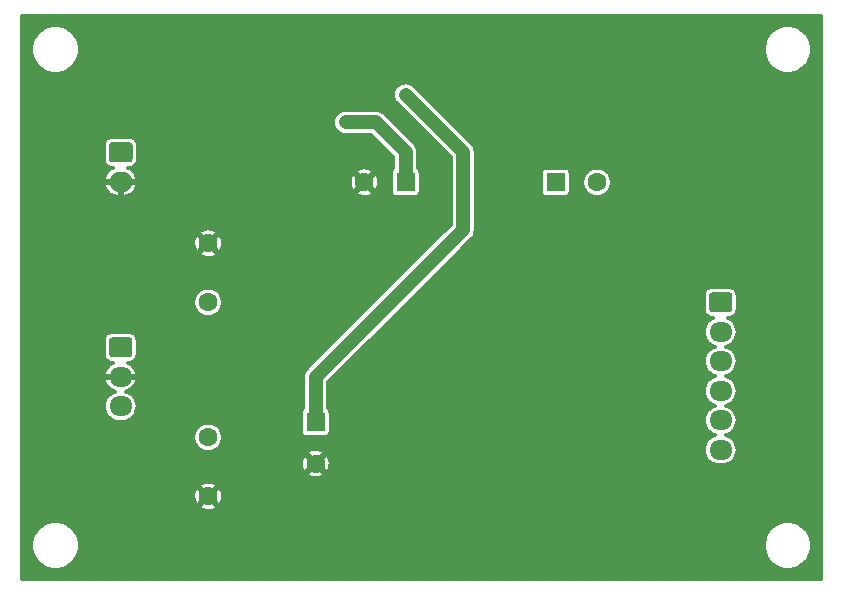
<source format=gbr>
%TF.GenerationSoftware,KiCad,Pcbnew,(5.1.6)-1*%
%TF.CreationDate,2020-11-10T02:08:11+03:00*%
%TF.ProjectId,dac-001s,6461632d-3030-4317-932e-6b696361645f,rev?*%
%TF.SameCoordinates,Original*%
%TF.FileFunction,Copper,L2,Bot*%
%TF.FilePolarity,Positive*%
%FSLAX46Y46*%
G04 Gerber Fmt 4.6, Leading zero omitted, Abs format (unit mm)*
G04 Created by KiCad (PCBNEW (5.1.6)-1) date 2020-11-10 02:08:11*
%MOMM*%
%LPD*%
G01*
G04 APERTURE LIST*
%TA.AperFunction,ComponentPad*%
%ADD10O,1.950000X1.700000*%
%TD*%
%TA.AperFunction,ComponentPad*%
%ADD11O,2.000000X1.700000*%
%TD*%
%TA.AperFunction,ComponentPad*%
%ADD12C,1.600000*%
%TD*%
%TA.AperFunction,ComponentPad*%
%ADD13R,1.600000X1.600000*%
%TD*%
%TA.AperFunction,ViaPad*%
%ADD14C,0.800000*%
%TD*%
%TA.AperFunction,Conductor*%
%ADD15C,1.200000*%
%TD*%
%TA.AperFunction,Conductor*%
%ADD16C,0.300000*%
%TD*%
G04 APERTURE END LIST*
D10*
%TO.P,J3,6*%
%TO.N,MCK*%
X147320000Y-70920000D03*
%TO.P,J3,5*%
%TO.N,CK*%
X147320000Y-68420000D03*
%TO.P,J3,4*%
%TO.N,SD*%
X147320000Y-65920000D03*
%TO.P,J3,3*%
%TO.N,WS*%
X147320000Y-63420000D03*
%TO.P,J3,2*%
%TO.N,GNDD*%
X147320000Y-60920000D03*
%TO.P,J3,1*%
%TO.N,+3V3*%
%TA.AperFunction,ComponentPad*%
G36*
G01*
X146595000Y-57570000D02*
X148045000Y-57570000D01*
G75*
G02*
X148295000Y-57820000I0J-250000D01*
G01*
X148295000Y-59020000D01*
G75*
G02*
X148045000Y-59270000I-250000J0D01*
G01*
X146595000Y-59270000D01*
G75*
G02*
X146345000Y-59020000I0J250000D01*
G01*
X146345000Y-57820000D01*
G75*
G02*
X146595000Y-57570000I250000J0D01*
G01*
G37*
%TD.AperFunction*%
%TD*%
%TO.P,J2,3*%
%TO.N,OUTR*%
X96520000Y-67230000D03*
%TO.P,J2,2*%
%TO.N,GNDA*%
X96520000Y-64730000D03*
%TO.P,J2,1*%
%TO.N,OUTL*%
%TA.AperFunction,ComponentPad*%
G36*
G01*
X95795000Y-61380000D02*
X97245000Y-61380000D01*
G75*
G02*
X97495000Y-61630000I0J-250000D01*
G01*
X97495000Y-62830000D01*
G75*
G02*
X97245000Y-63080000I-250000J0D01*
G01*
X95795000Y-63080000D01*
G75*
G02*
X95545000Y-62830000I0J250000D01*
G01*
X95545000Y-61630000D01*
G75*
G02*
X95795000Y-61380000I250000J0D01*
G01*
G37*
%TD.AperFunction*%
%TD*%
D11*
%TO.P,J1,2*%
%TO.N,GNDA*%
X96520000Y-48220000D03*
%TO.P,J1,1*%
%TO.N,+5VA*%
%TA.AperFunction,ComponentPad*%
G36*
G01*
X95770000Y-44870000D02*
X97270000Y-44870000D01*
G75*
G02*
X97520000Y-45120000I0J-250000D01*
G01*
X97520000Y-46320000D01*
G75*
G02*
X97270000Y-46570000I-250000J0D01*
G01*
X95770000Y-46570000D01*
G75*
G02*
X95520000Y-46320000I0J250000D01*
G01*
X95520000Y-45120000D01*
G75*
G02*
X95770000Y-44870000I250000J0D01*
G01*
G37*
%TD.AperFunction*%
%TD*%
D12*
%TO.P,C1,2*%
%TO.N,GNDD*%
X136850000Y-48260000D03*
D13*
%TO.P,C1,1*%
%TO.N,+3V3*%
X133350000Y-48260000D03*
%TD*%
D12*
%TO.P,C11,2*%
%TO.N,GNDA*%
X103922500Y-74850000D03*
%TO.P,C11,1*%
%TO.N,OUTR*%
X103922500Y-69850000D03*
%TD*%
%TO.P,C9,2*%
%TO.N,GNDA*%
X103922500Y-53420000D03*
%TO.P,C9,1*%
%TO.N,OUTL*%
X103922500Y-58420000D03*
%TD*%
%TO.P,C8,2*%
%TO.N,GNDA*%
X113030000Y-72080000D03*
D13*
%TO.P,C8,1*%
%TO.N,+3.3VA*%
X113030000Y-68580000D03*
%TD*%
D12*
%TO.P,C5,2*%
%TO.N,GNDA*%
X117150000Y-48260000D03*
D13*
%TO.P,C5,1*%
%TO.N,+3.3VA*%
X120650000Y-48260000D03*
%TD*%
D14*
%TO.N,GNDA*%
X127000000Y-80010000D03*
X115570000Y-35560000D03*
X118110000Y-35560000D03*
X120650000Y-35560000D03*
X100330000Y-35560000D03*
X97790000Y-35560000D03*
X95250000Y-35560000D03*
X121920000Y-59690000D03*
X121920000Y-72390000D03*
X121920000Y-73660000D03*
X121920000Y-74930000D03*
X116840000Y-54610000D03*
X116840000Y-57150000D03*
X126746000Y-65024000D03*
%TO.N,+3.3VA*%
X115570000Y-43180000D03*
X120650000Y-40857500D03*
%TD*%
D15*
%TO.N,+3.3VA*%
X120650000Y-48260000D02*
X120650000Y-45720000D01*
X118110000Y-43180000D02*
X115570000Y-43180000D01*
X120650000Y-45720000D02*
X118110000Y-43180000D01*
X113030000Y-64770000D02*
X113030000Y-68580000D01*
X120650000Y-57150000D02*
X113030000Y-64770000D01*
X120650000Y-40857500D02*
X125512500Y-45720000D01*
X120650000Y-57150000D02*
X124460000Y-53340000D01*
X125512500Y-52287500D02*
X124460000Y-53340000D01*
X125512500Y-45720000D02*
X125512500Y-52287500D01*
%TD*%
D16*
%TO.N,GNDA*%
G36*
X155850000Y-81850000D02*
G01*
X88150000Y-81850000D01*
X88150000Y-78798093D01*
X88950000Y-78798093D01*
X88950000Y-79201907D01*
X89028780Y-79597963D01*
X89183314Y-79971039D01*
X89407661Y-80306799D01*
X89693201Y-80592339D01*
X90028961Y-80816686D01*
X90402037Y-80971220D01*
X90798093Y-81050000D01*
X91201907Y-81050000D01*
X91597963Y-80971220D01*
X91971039Y-80816686D01*
X92306799Y-80592339D01*
X92592339Y-80306799D01*
X92816686Y-79971039D01*
X92971220Y-79597963D01*
X93050000Y-79201907D01*
X93050000Y-78798093D01*
X150950000Y-78798093D01*
X150950000Y-79201907D01*
X151028780Y-79597963D01*
X151183314Y-79971039D01*
X151407661Y-80306799D01*
X151693201Y-80592339D01*
X152028961Y-80816686D01*
X152402037Y-80971220D01*
X152798093Y-81050000D01*
X153201907Y-81050000D01*
X153597963Y-80971220D01*
X153971039Y-80816686D01*
X154306799Y-80592339D01*
X154592339Y-80306799D01*
X154816686Y-79971039D01*
X154971220Y-79597963D01*
X155050000Y-79201907D01*
X155050000Y-78798093D01*
X154971220Y-78402037D01*
X154816686Y-78028961D01*
X154592339Y-77693201D01*
X154306799Y-77407661D01*
X153971039Y-77183314D01*
X153597963Y-77028780D01*
X153201907Y-76950000D01*
X152798093Y-76950000D01*
X152402037Y-77028780D01*
X152028961Y-77183314D01*
X151693201Y-77407661D01*
X151407661Y-77693201D01*
X151183314Y-78028961D01*
X151028780Y-78402037D01*
X150950000Y-78798093D01*
X93050000Y-78798093D01*
X92971220Y-78402037D01*
X92816686Y-78028961D01*
X92592339Y-77693201D01*
X92306799Y-77407661D01*
X91971039Y-77183314D01*
X91597963Y-77028780D01*
X91201907Y-76950000D01*
X90798093Y-76950000D01*
X90402037Y-77028780D01*
X90028961Y-77183314D01*
X89693201Y-77407661D01*
X89407661Y-77693201D01*
X89183314Y-78028961D01*
X89028780Y-78402037D01*
X88950000Y-78798093D01*
X88150000Y-78798093D01*
X88150000Y-75726223D01*
X103187698Y-75726223D01*
X103267458Y-75921717D01*
X103489126Y-76028917D01*
X103727448Y-76090812D01*
X103973266Y-76105023D01*
X104217133Y-76071004D01*
X104449678Y-75990063D01*
X104577542Y-75921717D01*
X104657302Y-75726223D01*
X103922500Y-74991421D01*
X103187698Y-75726223D01*
X88150000Y-75726223D01*
X88150000Y-74900766D01*
X102667477Y-74900766D01*
X102701496Y-75144633D01*
X102782437Y-75377178D01*
X102850783Y-75505042D01*
X103046277Y-75584802D01*
X103781079Y-74850000D01*
X104063921Y-74850000D01*
X104798723Y-75584802D01*
X104994217Y-75505042D01*
X105101417Y-75283374D01*
X105163312Y-75045052D01*
X105177523Y-74799234D01*
X105143504Y-74555367D01*
X105062563Y-74322822D01*
X104994217Y-74194958D01*
X104798723Y-74115198D01*
X104063921Y-74850000D01*
X103781079Y-74850000D01*
X103046277Y-74115198D01*
X102850783Y-74194958D01*
X102743583Y-74416626D01*
X102681688Y-74654948D01*
X102667477Y-74900766D01*
X88150000Y-74900766D01*
X88150000Y-73973777D01*
X103187698Y-73973777D01*
X103922500Y-74708579D01*
X104657302Y-73973777D01*
X104577542Y-73778283D01*
X104355874Y-73671083D01*
X104117552Y-73609188D01*
X103871734Y-73594977D01*
X103627867Y-73628996D01*
X103395322Y-73709937D01*
X103267458Y-73778283D01*
X103187698Y-73973777D01*
X88150000Y-73973777D01*
X88150000Y-72956223D01*
X112295198Y-72956223D01*
X112374958Y-73151717D01*
X112596626Y-73258917D01*
X112834948Y-73320812D01*
X113080766Y-73335023D01*
X113324633Y-73301004D01*
X113557178Y-73220063D01*
X113685042Y-73151717D01*
X113764802Y-72956223D01*
X113030000Y-72221421D01*
X112295198Y-72956223D01*
X88150000Y-72956223D01*
X88150000Y-72130766D01*
X111774977Y-72130766D01*
X111808996Y-72374633D01*
X111889937Y-72607178D01*
X111958283Y-72735042D01*
X112153777Y-72814802D01*
X112888579Y-72080000D01*
X113171421Y-72080000D01*
X113906223Y-72814802D01*
X114101717Y-72735042D01*
X114208917Y-72513374D01*
X114270812Y-72275052D01*
X114285023Y-72029234D01*
X114251004Y-71785367D01*
X114170063Y-71552822D01*
X114101717Y-71424958D01*
X113906223Y-71345198D01*
X113171421Y-72080000D01*
X112888579Y-72080000D01*
X112153777Y-71345198D01*
X111958283Y-71424958D01*
X111851083Y-71646626D01*
X111789188Y-71884948D01*
X111774977Y-72130766D01*
X88150000Y-72130766D01*
X88150000Y-71203777D01*
X112295198Y-71203777D01*
X113030000Y-71938579D01*
X113764802Y-71203777D01*
X113685042Y-71008283D01*
X113463374Y-70901083D01*
X113225052Y-70839188D01*
X112979234Y-70824977D01*
X112735367Y-70858996D01*
X112502822Y-70939937D01*
X112374958Y-71008283D01*
X112295198Y-71203777D01*
X88150000Y-71203777D01*
X88150000Y-69726886D01*
X102672500Y-69726886D01*
X102672500Y-69973114D01*
X102720537Y-70214611D01*
X102814765Y-70442097D01*
X102951562Y-70646828D01*
X103125672Y-70820938D01*
X103330403Y-70957735D01*
X103557889Y-71051963D01*
X103799386Y-71100000D01*
X104045614Y-71100000D01*
X104287111Y-71051963D01*
X104514597Y-70957735D01*
X104719328Y-70820938D01*
X104893438Y-70646828D01*
X105030235Y-70442097D01*
X105124463Y-70214611D01*
X105172500Y-69973114D01*
X105172500Y-69726886D01*
X105124463Y-69485389D01*
X105030235Y-69257903D01*
X104893438Y-69053172D01*
X104719328Y-68879062D01*
X104514597Y-68742265D01*
X104287111Y-68648037D01*
X104045614Y-68600000D01*
X103799386Y-68600000D01*
X103557889Y-68648037D01*
X103330403Y-68742265D01*
X103125672Y-68879062D01*
X102951562Y-69053172D01*
X102814765Y-69257903D01*
X102720537Y-69485389D01*
X102672500Y-69726886D01*
X88150000Y-69726886D01*
X88150000Y-67230000D01*
X95088710Y-67230000D01*
X95113810Y-67484845D01*
X95188145Y-67729896D01*
X95308860Y-67955736D01*
X95471313Y-68153687D01*
X95669264Y-68316140D01*
X95895104Y-68436855D01*
X96140155Y-68511190D01*
X96331136Y-68530000D01*
X96708864Y-68530000D01*
X96899845Y-68511190D01*
X97144896Y-68436855D01*
X97370736Y-68316140D01*
X97568687Y-68153687D01*
X97731140Y-67955736D01*
X97825073Y-67780000D01*
X111777823Y-67780000D01*
X111777823Y-69380000D01*
X111786511Y-69468215D01*
X111812243Y-69553041D01*
X111854029Y-69631216D01*
X111910263Y-69699737D01*
X111978784Y-69755971D01*
X112056959Y-69797757D01*
X112141785Y-69823489D01*
X112230000Y-69832177D01*
X113830000Y-69832177D01*
X113918215Y-69823489D01*
X114003041Y-69797757D01*
X114081216Y-69755971D01*
X114149737Y-69699737D01*
X114205971Y-69631216D01*
X114247757Y-69553041D01*
X114273489Y-69468215D01*
X114282177Y-69380000D01*
X114282177Y-67780000D01*
X114273489Y-67691785D01*
X114247757Y-67606959D01*
X114205971Y-67528784D01*
X114149737Y-67460263D01*
X114081216Y-67404029D01*
X114080000Y-67403379D01*
X114080000Y-65204923D01*
X118364924Y-60920000D01*
X145888710Y-60920000D01*
X145913810Y-61174845D01*
X145988145Y-61419896D01*
X146108860Y-61645736D01*
X146271313Y-61843687D01*
X146469264Y-62006140D01*
X146695104Y-62126855D01*
X146837335Y-62170000D01*
X146695104Y-62213145D01*
X146469264Y-62333860D01*
X146271313Y-62496313D01*
X146108860Y-62694264D01*
X145988145Y-62920104D01*
X145913810Y-63165155D01*
X145888710Y-63420000D01*
X145913810Y-63674845D01*
X145988145Y-63919896D01*
X146108860Y-64145736D01*
X146271313Y-64343687D01*
X146469264Y-64506140D01*
X146695104Y-64626855D01*
X146837335Y-64670000D01*
X146695104Y-64713145D01*
X146469264Y-64833860D01*
X146271313Y-64996313D01*
X146108860Y-65194264D01*
X145988145Y-65420104D01*
X145913810Y-65665155D01*
X145888710Y-65920000D01*
X145913810Y-66174845D01*
X145988145Y-66419896D01*
X146108860Y-66645736D01*
X146271313Y-66843687D01*
X146469264Y-67006140D01*
X146695104Y-67126855D01*
X146837335Y-67170000D01*
X146695104Y-67213145D01*
X146469264Y-67333860D01*
X146271313Y-67496313D01*
X146108860Y-67694264D01*
X145988145Y-67920104D01*
X145913810Y-68165155D01*
X145888710Y-68420000D01*
X145913810Y-68674845D01*
X145988145Y-68919896D01*
X146108860Y-69145736D01*
X146271313Y-69343687D01*
X146469264Y-69506140D01*
X146695104Y-69626855D01*
X146837335Y-69670000D01*
X146695104Y-69713145D01*
X146469264Y-69833860D01*
X146271313Y-69996313D01*
X146108860Y-70194264D01*
X145988145Y-70420104D01*
X145913810Y-70665155D01*
X145888710Y-70920000D01*
X145913810Y-71174845D01*
X145988145Y-71419896D01*
X146108860Y-71645736D01*
X146271313Y-71843687D01*
X146469264Y-72006140D01*
X146695104Y-72126855D01*
X146940155Y-72201190D01*
X147131136Y-72220000D01*
X147508864Y-72220000D01*
X147699845Y-72201190D01*
X147944896Y-72126855D01*
X148170736Y-72006140D01*
X148368687Y-71843687D01*
X148531140Y-71645736D01*
X148651855Y-71419896D01*
X148726190Y-71174845D01*
X148751290Y-70920000D01*
X148726190Y-70665155D01*
X148651855Y-70420104D01*
X148531140Y-70194264D01*
X148368687Y-69996313D01*
X148170736Y-69833860D01*
X147944896Y-69713145D01*
X147802665Y-69670000D01*
X147944896Y-69626855D01*
X148170736Y-69506140D01*
X148368687Y-69343687D01*
X148531140Y-69145736D01*
X148651855Y-68919896D01*
X148726190Y-68674845D01*
X148751290Y-68420000D01*
X148726190Y-68165155D01*
X148651855Y-67920104D01*
X148531140Y-67694264D01*
X148368687Y-67496313D01*
X148170736Y-67333860D01*
X147944896Y-67213145D01*
X147802665Y-67170000D01*
X147944896Y-67126855D01*
X148170736Y-67006140D01*
X148368687Y-66843687D01*
X148531140Y-66645736D01*
X148651855Y-66419896D01*
X148726190Y-66174845D01*
X148751290Y-65920000D01*
X148726190Y-65665155D01*
X148651855Y-65420104D01*
X148531140Y-65194264D01*
X148368687Y-64996313D01*
X148170736Y-64833860D01*
X147944896Y-64713145D01*
X147802665Y-64670000D01*
X147944896Y-64626855D01*
X148170736Y-64506140D01*
X148368687Y-64343687D01*
X148531140Y-64145736D01*
X148651855Y-63919896D01*
X148726190Y-63674845D01*
X148751290Y-63420000D01*
X148726190Y-63165155D01*
X148651855Y-62920104D01*
X148531140Y-62694264D01*
X148368687Y-62496313D01*
X148170736Y-62333860D01*
X147944896Y-62213145D01*
X147802665Y-62170000D01*
X147944896Y-62126855D01*
X148170736Y-62006140D01*
X148368687Y-61843687D01*
X148531140Y-61645736D01*
X148651855Y-61419896D01*
X148726190Y-61174845D01*
X148751290Y-60920000D01*
X148726190Y-60665155D01*
X148651855Y-60420104D01*
X148531140Y-60194264D01*
X148368687Y-59996313D01*
X148170736Y-59833860D01*
X147961794Y-59722177D01*
X148045000Y-59722177D01*
X148181988Y-59708685D01*
X148313712Y-59668727D01*
X148435109Y-59603839D01*
X148541514Y-59516514D01*
X148628839Y-59410109D01*
X148693727Y-59288712D01*
X148733685Y-59156988D01*
X148747177Y-59020000D01*
X148747177Y-57820000D01*
X148733685Y-57683012D01*
X148693727Y-57551288D01*
X148628839Y-57429891D01*
X148541514Y-57323486D01*
X148435109Y-57236161D01*
X148313712Y-57171273D01*
X148181988Y-57131315D01*
X148045000Y-57117823D01*
X146595000Y-57117823D01*
X146458012Y-57131315D01*
X146326288Y-57171273D01*
X146204891Y-57236161D01*
X146098486Y-57323486D01*
X146011161Y-57429891D01*
X145946273Y-57551288D01*
X145906315Y-57683012D01*
X145892823Y-57820000D01*
X145892823Y-59020000D01*
X145906315Y-59156988D01*
X145946273Y-59288712D01*
X146011161Y-59410109D01*
X146098486Y-59516514D01*
X146204891Y-59603839D01*
X146326288Y-59668727D01*
X146458012Y-59708685D01*
X146595000Y-59722177D01*
X146678206Y-59722177D01*
X146469264Y-59833860D01*
X146271313Y-59996313D01*
X146108860Y-60194264D01*
X145988145Y-60420104D01*
X145913810Y-60665155D01*
X145888710Y-60920000D01*
X118364924Y-60920000D01*
X121428933Y-57855992D01*
X121428942Y-57855981D01*
X125238933Y-54045991D01*
X125238937Y-54045986D01*
X126218491Y-53066433D01*
X126258554Y-53033554D01*
X126389767Y-52873671D01*
X126487267Y-52691262D01*
X126547307Y-52493336D01*
X126562500Y-52339078D01*
X126562500Y-52339071D01*
X126567579Y-52287500D01*
X126562500Y-52235929D01*
X126562500Y-47460000D01*
X132097823Y-47460000D01*
X132097823Y-49060000D01*
X132106511Y-49148215D01*
X132132243Y-49233041D01*
X132174029Y-49311216D01*
X132230263Y-49379737D01*
X132298784Y-49435971D01*
X132376959Y-49477757D01*
X132461785Y-49503489D01*
X132550000Y-49512177D01*
X134150000Y-49512177D01*
X134238215Y-49503489D01*
X134323041Y-49477757D01*
X134401216Y-49435971D01*
X134469737Y-49379737D01*
X134525971Y-49311216D01*
X134567757Y-49233041D01*
X134593489Y-49148215D01*
X134602177Y-49060000D01*
X134602177Y-48136886D01*
X135600000Y-48136886D01*
X135600000Y-48383114D01*
X135648037Y-48624611D01*
X135742265Y-48852097D01*
X135879062Y-49056828D01*
X136053172Y-49230938D01*
X136257903Y-49367735D01*
X136485389Y-49461963D01*
X136726886Y-49510000D01*
X136973114Y-49510000D01*
X137214611Y-49461963D01*
X137442097Y-49367735D01*
X137646828Y-49230938D01*
X137820938Y-49056828D01*
X137957735Y-48852097D01*
X138051963Y-48624611D01*
X138100000Y-48383114D01*
X138100000Y-48136886D01*
X138051963Y-47895389D01*
X137957735Y-47667903D01*
X137820938Y-47463172D01*
X137646828Y-47289062D01*
X137442097Y-47152265D01*
X137214611Y-47058037D01*
X136973114Y-47010000D01*
X136726886Y-47010000D01*
X136485389Y-47058037D01*
X136257903Y-47152265D01*
X136053172Y-47289062D01*
X135879062Y-47463172D01*
X135742265Y-47667903D01*
X135648037Y-47895389D01*
X135600000Y-48136886D01*
X134602177Y-48136886D01*
X134602177Y-47460000D01*
X134593489Y-47371785D01*
X134567757Y-47286959D01*
X134525971Y-47208784D01*
X134469737Y-47140263D01*
X134401216Y-47084029D01*
X134323041Y-47042243D01*
X134238215Y-47016511D01*
X134150000Y-47007823D01*
X132550000Y-47007823D01*
X132461785Y-47016511D01*
X132376959Y-47042243D01*
X132298784Y-47084029D01*
X132230263Y-47140263D01*
X132174029Y-47208784D01*
X132132243Y-47286959D01*
X132106511Y-47371785D01*
X132097823Y-47460000D01*
X126562500Y-47460000D01*
X126562500Y-45771567D01*
X126567579Y-45719999D01*
X126562500Y-45668431D01*
X126562500Y-45668422D01*
X126547307Y-45514164D01*
X126487267Y-45316238D01*
X126389767Y-45133829D01*
X126258554Y-44973946D01*
X126218491Y-44941067D01*
X121355990Y-40078567D01*
X121236171Y-39980233D01*
X121053761Y-39882733D01*
X120855835Y-39822694D01*
X120650000Y-39802421D01*
X120444165Y-39822694D01*
X120246239Y-39882733D01*
X120063829Y-39980233D01*
X119903946Y-40111446D01*
X119772733Y-40271329D01*
X119675233Y-40453739D01*
X119615194Y-40651665D01*
X119594921Y-40857500D01*
X119615194Y-41063335D01*
X119675233Y-41261261D01*
X119772733Y-41443671D01*
X119871067Y-41563490D01*
X124462500Y-46154924D01*
X124462501Y-51852575D01*
X123754014Y-52561063D01*
X123754009Y-52561067D01*
X119944019Y-56371058D01*
X119944008Y-56371067D01*
X112324014Y-63991063D01*
X112283946Y-64023946D01*
X112152733Y-64183829D01*
X112055233Y-64366239D01*
X111995193Y-64564165D01*
X111980000Y-64718423D01*
X111980000Y-64718432D01*
X111974921Y-64770000D01*
X111980000Y-64821568D01*
X111980001Y-67403379D01*
X111978784Y-67404029D01*
X111910263Y-67460263D01*
X111854029Y-67528784D01*
X111812243Y-67606959D01*
X111786511Y-67691785D01*
X111777823Y-67780000D01*
X97825073Y-67780000D01*
X97851855Y-67729896D01*
X97926190Y-67484845D01*
X97951290Y-67230000D01*
X97926190Y-66975155D01*
X97851855Y-66730104D01*
X97731140Y-66504264D01*
X97568687Y-66306313D01*
X97370736Y-66143860D01*
X97144896Y-66023145D01*
X96995012Y-65977679D01*
X97071830Y-65959202D01*
X97303434Y-65852313D01*
X97509735Y-65702294D01*
X97682805Y-65514910D01*
X97815992Y-65297362D01*
X97904179Y-65058011D01*
X97909547Y-65031531D01*
X97828282Y-64830000D01*
X96620000Y-64830000D01*
X96620000Y-64850000D01*
X96420000Y-64850000D01*
X96420000Y-64830000D01*
X95211718Y-64830000D01*
X95130453Y-65031531D01*
X95135821Y-65058011D01*
X95224008Y-65297362D01*
X95357195Y-65514910D01*
X95530265Y-65702294D01*
X95736566Y-65852313D01*
X95968170Y-65959202D01*
X96044988Y-65977679D01*
X95895104Y-66023145D01*
X95669264Y-66143860D01*
X95471313Y-66306313D01*
X95308860Y-66504264D01*
X95188145Y-66730104D01*
X95113810Y-66975155D01*
X95088710Y-67230000D01*
X88150000Y-67230000D01*
X88150000Y-61630000D01*
X95092823Y-61630000D01*
X95092823Y-62830000D01*
X95106315Y-62966988D01*
X95146273Y-63098712D01*
X95211161Y-63220109D01*
X95298486Y-63326514D01*
X95404891Y-63413839D01*
X95526288Y-63478727D01*
X95658012Y-63518685D01*
X95795000Y-63532177D01*
X95900179Y-63532177D01*
X95736566Y-63607687D01*
X95530265Y-63757706D01*
X95357195Y-63945090D01*
X95224008Y-64162638D01*
X95135821Y-64401989D01*
X95130453Y-64428469D01*
X95211718Y-64630000D01*
X96420000Y-64630000D01*
X96420000Y-64610000D01*
X96620000Y-64610000D01*
X96620000Y-64630000D01*
X97828282Y-64630000D01*
X97909547Y-64428469D01*
X97904179Y-64401989D01*
X97815992Y-64162638D01*
X97682805Y-63945090D01*
X97509735Y-63757706D01*
X97303434Y-63607687D01*
X97139821Y-63532177D01*
X97245000Y-63532177D01*
X97381988Y-63518685D01*
X97513712Y-63478727D01*
X97635109Y-63413839D01*
X97741514Y-63326514D01*
X97828839Y-63220109D01*
X97893727Y-63098712D01*
X97933685Y-62966988D01*
X97947177Y-62830000D01*
X97947177Y-61630000D01*
X97933685Y-61493012D01*
X97893727Y-61361288D01*
X97828839Y-61239891D01*
X97741514Y-61133486D01*
X97635109Y-61046161D01*
X97513712Y-60981273D01*
X97381988Y-60941315D01*
X97245000Y-60927823D01*
X95795000Y-60927823D01*
X95658012Y-60941315D01*
X95526288Y-60981273D01*
X95404891Y-61046161D01*
X95298486Y-61133486D01*
X95211161Y-61239891D01*
X95146273Y-61361288D01*
X95106315Y-61493012D01*
X95092823Y-61630000D01*
X88150000Y-61630000D01*
X88150000Y-58296886D01*
X102672500Y-58296886D01*
X102672500Y-58543114D01*
X102720537Y-58784611D01*
X102814765Y-59012097D01*
X102951562Y-59216828D01*
X103125672Y-59390938D01*
X103330403Y-59527735D01*
X103557889Y-59621963D01*
X103799386Y-59670000D01*
X104045614Y-59670000D01*
X104287111Y-59621963D01*
X104514597Y-59527735D01*
X104719328Y-59390938D01*
X104893438Y-59216828D01*
X105030235Y-59012097D01*
X105124463Y-58784611D01*
X105172500Y-58543114D01*
X105172500Y-58296886D01*
X105124463Y-58055389D01*
X105030235Y-57827903D01*
X104893438Y-57623172D01*
X104719328Y-57449062D01*
X104514597Y-57312265D01*
X104287111Y-57218037D01*
X104045614Y-57170000D01*
X103799386Y-57170000D01*
X103557889Y-57218037D01*
X103330403Y-57312265D01*
X103125672Y-57449062D01*
X102951562Y-57623172D01*
X102814765Y-57827903D01*
X102720537Y-58055389D01*
X102672500Y-58296886D01*
X88150000Y-58296886D01*
X88150000Y-54296223D01*
X103187698Y-54296223D01*
X103267458Y-54491717D01*
X103489126Y-54598917D01*
X103727448Y-54660812D01*
X103973266Y-54675023D01*
X104217133Y-54641004D01*
X104449678Y-54560063D01*
X104577542Y-54491717D01*
X104657302Y-54296223D01*
X103922500Y-53561421D01*
X103187698Y-54296223D01*
X88150000Y-54296223D01*
X88150000Y-53470766D01*
X102667477Y-53470766D01*
X102701496Y-53714633D01*
X102782437Y-53947178D01*
X102850783Y-54075042D01*
X103046277Y-54154802D01*
X103781079Y-53420000D01*
X104063921Y-53420000D01*
X104798723Y-54154802D01*
X104994217Y-54075042D01*
X105101417Y-53853374D01*
X105163312Y-53615052D01*
X105177523Y-53369234D01*
X105143504Y-53125367D01*
X105062563Y-52892822D01*
X104994217Y-52764958D01*
X104798723Y-52685198D01*
X104063921Y-53420000D01*
X103781079Y-53420000D01*
X103046277Y-52685198D01*
X102850783Y-52764958D01*
X102743583Y-52986626D01*
X102681688Y-53224948D01*
X102667477Y-53470766D01*
X88150000Y-53470766D01*
X88150000Y-52543777D01*
X103187698Y-52543777D01*
X103922500Y-53278579D01*
X104657302Y-52543777D01*
X104577542Y-52348283D01*
X104355874Y-52241083D01*
X104117552Y-52179188D01*
X103871734Y-52164977D01*
X103627867Y-52198996D01*
X103395322Y-52279937D01*
X103267458Y-52348283D01*
X103187698Y-52543777D01*
X88150000Y-52543777D01*
X88150000Y-48521531D01*
X95105453Y-48521531D01*
X95115726Y-48572544D01*
X95208604Y-48810467D01*
X95346114Y-49025699D01*
X95522972Y-49209968D01*
X95732381Y-49356193D01*
X95966293Y-49458755D01*
X96215719Y-49513712D01*
X96420000Y-49409419D01*
X96420000Y-48320000D01*
X96620000Y-48320000D01*
X96620000Y-49409419D01*
X96824281Y-49513712D01*
X97073707Y-49458755D01*
X97307619Y-49356193D01*
X97517028Y-49209968D01*
X97587807Y-49136223D01*
X116415198Y-49136223D01*
X116494958Y-49331717D01*
X116716626Y-49438917D01*
X116954948Y-49500812D01*
X117200766Y-49515023D01*
X117444633Y-49481004D01*
X117677178Y-49400063D01*
X117805042Y-49331717D01*
X117884802Y-49136223D01*
X117150000Y-48401421D01*
X116415198Y-49136223D01*
X97587807Y-49136223D01*
X97693886Y-49025699D01*
X97831396Y-48810467D01*
X97924274Y-48572544D01*
X97934547Y-48521531D01*
X97853282Y-48320000D01*
X96620000Y-48320000D01*
X96420000Y-48320000D01*
X95186718Y-48320000D01*
X95105453Y-48521531D01*
X88150000Y-48521531D01*
X88150000Y-48310766D01*
X115894977Y-48310766D01*
X115928996Y-48554633D01*
X116009937Y-48787178D01*
X116078283Y-48915042D01*
X116273777Y-48994802D01*
X117008579Y-48260000D01*
X117291421Y-48260000D01*
X118026223Y-48994802D01*
X118221717Y-48915042D01*
X118328917Y-48693374D01*
X118390812Y-48455052D01*
X118405023Y-48209234D01*
X118371004Y-47965367D01*
X118290063Y-47732822D01*
X118221717Y-47604958D01*
X118026223Y-47525198D01*
X117291421Y-48260000D01*
X117008579Y-48260000D01*
X116273777Y-47525198D01*
X116078283Y-47604958D01*
X115971083Y-47826626D01*
X115909188Y-48064948D01*
X115894977Y-48310766D01*
X88150000Y-48310766D01*
X88150000Y-45120000D01*
X95067823Y-45120000D01*
X95067823Y-46320000D01*
X95081315Y-46456988D01*
X95121273Y-46588712D01*
X95186161Y-46710109D01*
X95273486Y-46816514D01*
X95379891Y-46903839D01*
X95501288Y-46968727D01*
X95633012Y-47008685D01*
X95770000Y-47022177D01*
X95872940Y-47022177D01*
X95732381Y-47083807D01*
X95522972Y-47230032D01*
X95346114Y-47414301D01*
X95208604Y-47629533D01*
X95115726Y-47867456D01*
X95105453Y-47918469D01*
X95186718Y-48120000D01*
X96420000Y-48120000D01*
X96420000Y-48100000D01*
X96620000Y-48100000D01*
X96620000Y-48120000D01*
X97853282Y-48120000D01*
X97934547Y-47918469D01*
X97924274Y-47867456D01*
X97831396Y-47629533D01*
X97693886Y-47414301D01*
X97664590Y-47383777D01*
X116415198Y-47383777D01*
X117150000Y-48118579D01*
X117884802Y-47383777D01*
X117805042Y-47188283D01*
X117583374Y-47081083D01*
X117345052Y-47019188D01*
X117099234Y-47004977D01*
X116855367Y-47038996D01*
X116622822Y-47119937D01*
X116494958Y-47188283D01*
X116415198Y-47383777D01*
X97664590Y-47383777D01*
X97517028Y-47230032D01*
X97307619Y-47083807D01*
X97167060Y-47022177D01*
X97270000Y-47022177D01*
X97406988Y-47008685D01*
X97538712Y-46968727D01*
X97660109Y-46903839D01*
X97766514Y-46816514D01*
X97853839Y-46710109D01*
X97918727Y-46588712D01*
X97958685Y-46456988D01*
X97972177Y-46320000D01*
X97972177Y-45120000D01*
X97958685Y-44983012D01*
X97918727Y-44851288D01*
X97853839Y-44729891D01*
X97766514Y-44623486D01*
X97660109Y-44536161D01*
X97538712Y-44471273D01*
X97406988Y-44431315D01*
X97270000Y-44417823D01*
X95770000Y-44417823D01*
X95633012Y-44431315D01*
X95501288Y-44471273D01*
X95379891Y-44536161D01*
X95273486Y-44623486D01*
X95186161Y-44729891D01*
X95121273Y-44851288D01*
X95081315Y-44983012D01*
X95067823Y-45120000D01*
X88150000Y-45120000D01*
X88150000Y-43180000D01*
X114514920Y-43180000D01*
X114535193Y-43385836D01*
X114595233Y-43583762D01*
X114692733Y-43766171D01*
X114823946Y-43926054D01*
X114983829Y-44057267D01*
X115166238Y-44154767D01*
X115364164Y-44214807D01*
X115518422Y-44230000D01*
X117675077Y-44230000D01*
X119600001Y-46154925D01*
X119600000Y-47083379D01*
X119598784Y-47084029D01*
X119530263Y-47140263D01*
X119474029Y-47208784D01*
X119432243Y-47286959D01*
X119406511Y-47371785D01*
X119397823Y-47460000D01*
X119397823Y-49060000D01*
X119406511Y-49148215D01*
X119432243Y-49233041D01*
X119474029Y-49311216D01*
X119530263Y-49379737D01*
X119598784Y-49435971D01*
X119676959Y-49477757D01*
X119761785Y-49503489D01*
X119850000Y-49512177D01*
X121450000Y-49512177D01*
X121538215Y-49503489D01*
X121623041Y-49477757D01*
X121701216Y-49435971D01*
X121769737Y-49379737D01*
X121825971Y-49311216D01*
X121867757Y-49233041D01*
X121893489Y-49148215D01*
X121902177Y-49060000D01*
X121902177Y-47460000D01*
X121893489Y-47371785D01*
X121867757Y-47286959D01*
X121825971Y-47208784D01*
X121769737Y-47140263D01*
X121701216Y-47084029D01*
X121700000Y-47083379D01*
X121700000Y-45771567D01*
X121705079Y-45719999D01*
X121700000Y-45668431D01*
X121700000Y-45668422D01*
X121684807Y-45514164D01*
X121624767Y-45316238D01*
X121527267Y-45133829D01*
X121396054Y-44973946D01*
X121355991Y-44941067D01*
X118888937Y-42474014D01*
X118856054Y-42433946D01*
X118696171Y-42302733D01*
X118513762Y-42205233D01*
X118315836Y-42145193D01*
X118161578Y-42130000D01*
X118161568Y-42130000D01*
X118110000Y-42124921D01*
X118058432Y-42130000D01*
X115518422Y-42130000D01*
X115364164Y-42145193D01*
X115166238Y-42205233D01*
X114983829Y-42302733D01*
X114823946Y-42433946D01*
X114692733Y-42593829D01*
X114595233Y-42776238D01*
X114535193Y-42974164D01*
X114514920Y-43180000D01*
X88150000Y-43180000D01*
X88150000Y-36798093D01*
X88950000Y-36798093D01*
X88950000Y-37201907D01*
X89028780Y-37597963D01*
X89183314Y-37971039D01*
X89407661Y-38306799D01*
X89693201Y-38592339D01*
X90028961Y-38816686D01*
X90402037Y-38971220D01*
X90798093Y-39050000D01*
X91201907Y-39050000D01*
X91597963Y-38971220D01*
X91971039Y-38816686D01*
X92306799Y-38592339D01*
X92592339Y-38306799D01*
X92816686Y-37971039D01*
X92971220Y-37597963D01*
X93050000Y-37201907D01*
X93050000Y-36798093D01*
X150950000Y-36798093D01*
X150950000Y-37201907D01*
X151028780Y-37597963D01*
X151183314Y-37971039D01*
X151407661Y-38306799D01*
X151693201Y-38592339D01*
X152028961Y-38816686D01*
X152402037Y-38971220D01*
X152798093Y-39050000D01*
X153201907Y-39050000D01*
X153597963Y-38971220D01*
X153971039Y-38816686D01*
X154306799Y-38592339D01*
X154592339Y-38306799D01*
X154816686Y-37971039D01*
X154971220Y-37597963D01*
X155050000Y-37201907D01*
X155050000Y-36798093D01*
X154971220Y-36402037D01*
X154816686Y-36028961D01*
X154592339Y-35693201D01*
X154306799Y-35407661D01*
X153971039Y-35183314D01*
X153597963Y-35028780D01*
X153201907Y-34950000D01*
X152798093Y-34950000D01*
X152402037Y-35028780D01*
X152028961Y-35183314D01*
X151693201Y-35407661D01*
X151407661Y-35693201D01*
X151183314Y-36028961D01*
X151028780Y-36402037D01*
X150950000Y-36798093D01*
X93050000Y-36798093D01*
X92971220Y-36402037D01*
X92816686Y-36028961D01*
X92592339Y-35693201D01*
X92306799Y-35407661D01*
X91971039Y-35183314D01*
X91597963Y-35028780D01*
X91201907Y-34950000D01*
X90798093Y-34950000D01*
X90402037Y-35028780D01*
X90028961Y-35183314D01*
X89693201Y-35407661D01*
X89407661Y-35693201D01*
X89183314Y-36028961D01*
X89028780Y-36402037D01*
X88950000Y-36798093D01*
X88150000Y-36798093D01*
X88150000Y-34150000D01*
X155850000Y-34150000D01*
X155850000Y-81850000D01*
G37*
X155850000Y-81850000D02*
X88150000Y-81850000D01*
X88150000Y-78798093D01*
X88950000Y-78798093D01*
X88950000Y-79201907D01*
X89028780Y-79597963D01*
X89183314Y-79971039D01*
X89407661Y-80306799D01*
X89693201Y-80592339D01*
X90028961Y-80816686D01*
X90402037Y-80971220D01*
X90798093Y-81050000D01*
X91201907Y-81050000D01*
X91597963Y-80971220D01*
X91971039Y-80816686D01*
X92306799Y-80592339D01*
X92592339Y-80306799D01*
X92816686Y-79971039D01*
X92971220Y-79597963D01*
X93050000Y-79201907D01*
X93050000Y-78798093D01*
X150950000Y-78798093D01*
X150950000Y-79201907D01*
X151028780Y-79597963D01*
X151183314Y-79971039D01*
X151407661Y-80306799D01*
X151693201Y-80592339D01*
X152028961Y-80816686D01*
X152402037Y-80971220D01*
X152798093Y-81050000D01*
X153201907Y-81050000D01*
X153597963Y-80971220D01*
X153971039Y-80816686D01*
X154306799Y-80592339D01*
X154592339Y-80306799D01*
X154816686Y-79971039D01*
X154971220Y-79597963D01*
X155050000Y-79201907D01*
X155050000Y-78798093D01*
X154971220Y-78402037D01*
X154816686Y-78028961D01*
X154592339Y-77693201D01*
X154306799Y-77407661D01*
X153971039Y-77183314D01*
X153597963Y-77028780D01*
X153201907Y-76950000D01*
X152798093Y-76950000D01*
X152402037Y-77028780D01*
X152028961Y-77183314D01*
X151693201Y-77407661D01*
X151407661Y-77693201D01*
X151183314Y-78028961D01*
X151028780Y-78402037D01*
X150950000Y-78798093D01*
X93050000Y-78798093D01*
X92971220Y-78402037D01*
X92816686Y-78028961D01*
X92592339Y-77693201D01*
X92306799Y-77407661D01*
X91971039Y-77183314D01*
X91597963Y-77028780D01*
X91201907Y-76950000D01*
X90798093Y-76950000D01*
X90402037Y-77028780D01*
X90028961Y-77183314D01*
X89693201Y-77407661D01*
X89407661Y-77693201D01*
X89183314Y-78028961D01*
X89028780Y-78402037D01*
X88950000Y-78798093D01*
X88150000Y-78798093D01*
X88150000Y-75726223D01*
X103187698Y-75726223D01*
X103267458Y-75921717D01*
X103489126Y-76028917D01*
X103727448Y-76090812D01*
X103973266Y-76105023D01*
X104217133Y-76071004D01*
X104449678Y-75990063D01*
X104577542Y-75921717D01*
X104657302Y-75726223D01*
X103922500Y-74991421D01*
X103187698Y-75726223D01*
X88150000Y-75726223D01*
X88150000Y-74900766D01*
X102667477Y-74900766D01*
X102701496Y-75144633D01*
X102782437Y-75377178D01*
X102850783Y-75505042D01*
X103046277Y-75584802D01*
X103781079Y-74850000D01*
X104063921Y-74850000D01*
X104798723Y-75584802D01*
X104994217Y-75505042D01*
X105101417Y-75283374D01*
X105163312Y-75045052D01*
X105177523Y-74799234D01*
X105143504Y-74555367D01*
X105062563Y-74322822D01*
X104994217Y-74194958D01*
X104798723Y-74115198D01*
X104063921Y-74850000D01*
X103781079Y-74850000D01*
X103046277Y-74115198D01*
X102850783Y-74194958D01*
X102743583Y-74416626D01*
X102681688Y-74654948D01*
X102667477Y-74900766D01*
X88150000Y-74900766D01*
X88150000Y-73973777D01*
X103187698Y-73973777D01*
X103922500Y-74708579D01*
X104657302Y-73973777D01*
X104577542Y-73778283D01*
X104355874Y-73671083D01*
X104117552Y-73609188D01*
X103871734Y-73594977D01*
X103627867Y-73628996D01*
X103395322Y-73709937D01*
X103267458Y-73778283D01*
X103187698Y-73973777D01*
X88150000Y-73973777D01*
X88150000Y-72956223D01*
X112295198Y-72956223D01*
X112374958Y-73151717D01*
X112596626Y-73258917D01*
X112834948Y-73320812D01*
X113080766Y-73335023D01*
X113324633Y-73301004D01*
X113557178Y-73220063D01*
X113685042Y-73151717D01*
X113764802Y-72956223D01*
X113030000Y-72221421D01*
X112295198Y-72956223D01*
X88150000Y-72956223D01*
X88150000Y-72130766D01*
X111774977Y-72130766D01*
X111808996Y-72374633D01*
X111889937Y-72607178D01*
X111958283Y-72735042D01*
X112153777Y-72814802D01*
X112888579Y-72080000D01*
X113171421Y-72080000D01*
X113906223Y-72814802D01*
X114101717Y-72735042D01*
X114208917Y-72513374D01*
X114270812Y-72275052D01*
X114285023Y-72029234D01*
X114251004Y-71785367D01*
X114170063Y-71552822D01*
X114101717Y-71424958D01*
X113906223Y-71345198D01*
X113171421Y-72080000D01*
X112888579Y-72080000D01*
X112153777Y-71345198D01*
X111958283Y-71424958D01*
X111851083Y-71646626D01*
X111789188Y-71884948D01*
X111774977Y-72130766D01*
X88150000Y-72130766D01*
X88150000Y-71203777D01*
X112295198Y-71203777D01*
X113030000Y-71938579D01*
X113764802Y-71203777D01*
X113685042Y-71008283D01*
X113463374Y-70901083D01*
X113225052Y-70839188D01*
X112979234Y-70824977D01*
X112735367Y-70858996D01*
X112502822Y-70939937D01*
X112374958Y-71008283D01*
X112295198Y-71203777D01*
X88150000Y-71203777D01*
X88150000Y-69726886D01*
X102672500Y-69726886D01*
X102672500Y-69973114D01*
X102720537Y-70214611D01*
X102814765Y-70442097D01*
X102951562Y-70646828D01*
X103125672Y-70820938D01*
X103330403Y-70957735D01*
X103557889Y-71051963D01*
X103799386Y-71100000D01*
X104045614Y-71100000D01*
X104287111Y-71051963D01*
X104514597Y-70957735D01*
X104719328Y-70820938D01*
X104893438Y-70646828D01*
X105030235Y-70442097D01*
X105124463Y-70214611D01*
X105172500Y-69973114D01*
X105172500Y-69726886D01*
X105124463Y-69485389D01*
X105030235Y-69257903D01*
X104893438Y-69053172D01*
X104719328Y-68879062D01*
X104514597Y-68742265D01*
X104287111Y-68648037D01*
X104045614Y-68600000D01*
X103799386Y-68600000D01*
X103557889Y-68648037D01*
X103330403Y-68742265D01*
X103125672Y-68879062D01*
X102951562Y-69053172D01*
X102814765Y-69257903D01*
X102720537Y-69485389D01*
X102672500Y-69726886D01*
X88150000Y-69726886D01*
X88150000Y-67230000D01*
X95088710Y-67230000D01*
X95113810Y-67484845D01*
X95188145Y-67729896D01*
X95308860Y-67955736D01*
X95471313Y-68153687D01*
X95669264Y-68316140D01*
X95895104Y-68436855D01*
X96140155Y-68511190D01*
X96331136Y-68530000D01*
X96708864Y-68530000D01*
X96899845Y-68511190D01*
X97144896Y-68436855D01*
X97370736Y-68316140D01*
X97568687Y-68153687D01*
X97731140Y-67955736D01*
X97825073Y-67780000D01*
X111777823Y-67780000D01*
X111777823Y-69380000D01*
X111786511Y-69468215D01*
X111812243Y-69553041D01*
X111854029Y-69631216D01*
X111910263Y-69699737D01*
X111978784Y-69755971D01*
X112056959Y-69797757D01*
X112141785Y-69823489D01*
X112230000Y-69832177D01*
X113830000Y-69832177D01*
X113918215Y-69823489D01*
X114003041Y-69797757D01*
X114081216Y-69755971D01*
X114149737Y-69699737D01*
X114205971Y-69631216D01*
X114247757Y-69553041D01*
X114273489Y-69468215D01*
X114282177Y-69380000D01*
X114282177Y-67780000D01*
X114273489Y-67691785D01*
X114247757Y-67606959D01*
X114205971Y-67528784D01*
X114149737Y-67460263D01*
X114081216Y-67404029D01*
X114080000Y-67403379D01*
X114080000Y-65204923D01*
X118364924Y-60920000D01*
X145888710Y-60920000D01*
X145913810Y-61174845D01*
X145988145Y-61419896D01*
X146108860Y-61645736D01*
X146271313Y-61843687D01*
X146469264Y-62006140D01*
X146695104Y-62126855D01*
X146837335Y-62170000D01*
X146695104Y-62213145D01*
X146469264Y-62333860D01*
X146271313Y-62496313D01*
X146108860Y-62694264D01*
X145988145Y-62920104D01*
X145913810Y-63165155D01*
X145888710Y-63420000D01*
X145913810Y-63674845D01*
X145988145Y-63919896D01*
X146108860Y-64145736D01*
X146271313Y-64343687D01*
X146469264Y-64506140D01*
X146695104Y-64626855D01*
X146837335Y-64670000D01*
X146695104Y-64713145D01*
X146469264Y-64833860D01*
X146271313Y-64996313D01*
X146108860Y-65194264D01*
X145988145Y-65420104D01*
X145913810Y-65665155D01*
X145888710Y-65920000D01*
X145913810Y-66174845D01*
X145988145Y-66419896D01*
X146108860Y-66645736D01*
X146271313Y-66843687D01*
X146469264Y-67006140D01*
X146695104Y-67126855D01*
X146837335Y-67170000D01*
X146695104Y-67213145D01*
X146469264Y-67333860D01*
X146271313Y-67496313D01*
X146108860Y-67694264D01*
X145988145Y-67920104D01*
X145913810Y-68165155D01*
X145888710Y-68420000D01*
X145913810Y-68674845D01*
X145988145Y-68919896D01*
X146108860Y-69145736D01*
X146271313Y-69343687D01*
X146469264Y-69506140D01*
X146695104Y-69626855D01*
X146837335Y-69670000D01*
X146695104Y-69713145D01*
X146469264Y-69833860D01*
X146271313Y-69996313D01*
X146108860Y-70194264D01*
X145988145Y-70420104D01*
X145913810Y-70665155D01*
X145888710Y-70920000D01*
X145913810Y-71174845D01*
X145988145Y-71419896D01*
X146108860Y-71645736D01*
X146271313Y-71843687D01*
X146469264Y-72006140D01*
X146695104Y-72126855D01*
X146940155Y-72201190D01*
X147131136Y-72220000D01*
X147508864Y-72220000D01*
X147699845Y-72201190D01*
X147944896Y-72126855D01*
X148170736Y-72006140D01*
X148368687Y-71843687D01*
X148531140Y-71645736D01*
X148651855Y-71419896D01*
X148726190Y-71174845D01*
X148751290Y-70920000D01*
X148726190Y-70665155D01*
X148651855Y-70420104D01*
X148531140Y-70194264D01*
X148368687Y-69996313D01*
X148170736Y-69833860D01*
X147944896Y-69713145D01*
X147802665Y-69670000D01*
X147944896Y-69626855D01*
X148170736Y-69506140D01*
X148368687Y-69343687D01*
X148531140Y-69145736D01*
X148651855Y-68919896D01*
X148726190Y-68674845D01*
X148751290Y-68420000D01*
X148726190Y-68165155D01*
X148651855Y-67920104D01*
X148531140Y-67694264D01*
X148368687Y-67496313D01*
X148170736Y-67333860D01*
X147944896Y-67213145D01*
X147802665Y-67170000D01*
X147944896Y-67126855D01*
X148170736Y-67006140D01*
X148368687Y-66843687D01*
X148531140Y-66645736D01*
X148651855Y-66419896D01*
X148726190Y-66174845D01*
X148751290Y-65920000D01*
X148726190Y-65665155D01*
X148651855Y-65420104D01*
X148531140Y-65194264D01*
X148368687Y-64996313D01*
X148170736Y-64833860D01*
X147944896Y-64713145D01*
X147802665Y-64670000D01*
X147944896Y-64626855D01*
X148170736Y-64506140D01*
X148368687Y-64343687D01*
X148531140Y-64145736D01*
X148651855Y-63919896D01*
X148726190Y-63674845D01*
X148751290Y-63420000D01*
X148726190Y-63165155D01*
X148651855Y-62920104D01*
X148531140Y-62694264D01*
X148368687Y-62496313D01*
X148170736Y-62333860D01*
X147944896Y-62213145D01*
X147802665Y-62170000D01*
X147944896Y-62126855D01*
X148170736Y-62006140D01*
X148368687Y-61843687D01*
X148531140Y-61645736D01*
X148651855Y-61419896D01*
X148726190Y-61174845D01*
X148751290Y-60920000D01*
X148726190Y-60665155D01*
X148651855Y-60420104D01*
X148531140Y-60194264D01*
X148368687Y-59996313D01*
X148170736Y-59833860D01*
X147961794Y-59722177D01*
X148045000Y-59722177D01*
X148181988Y-59708685D01*
X148313712Y-59668727D01*
X148435109Y-59603839D01*
X148541514Y-59516514D01*
X148628839Y-59410109D01*
X148693727Y-59288712D01*
X148733685Y-59156988D01*
X148747177Y-59020000D01*
X148747177Y-57820000D01*
X148733685Y-57683012D01*
X148693727Y-57551288D01*
X148628839Y-57429891D01*
X148541514Y-57323486D01*
X148435109Y-57236161D01*
X148313712Y-57171273D01*
X148181988Y-57131315D01*
X148045000Y-57117823D01*
X146595000Y-57117823D01*
X146458012Y-57131315D01*
X146326288Y-57171273D01*
X146204891Y-57236161D01*
X146098486Y-57323486D01*
X146011161Y-57429891D01*
X145946273Y-57551288D01*
X145906315Y-57683012D01*
X145892823Y-57820000D01*
X145892823Y-59020000D01*
X145906315Y-59156988D01*
X145946273Y-59288712D01*
X146011161Y-59410109D01*
X146098486Y-59516514D01*
X146204891Y-59603839D01*
X146326288Y-59668727D01*
X146458012Y-59708685D01*
X146595000Y-59722177D01*
X146678206Y-59722177D01*
X146469264Y-59833860D01*
X146271313Y-59996313D01*
X146108860Y-60194264D01*
X145988145Y-60420104D01*
X145913810Y-60665155D01*
X145888710Y-60920000D01*
X118364924Y-60920000D01*
X121428933Y-57855992D01*
X121428942Y-57855981D01*
X125238933Y-54045991D01*
X125238937Y-54045986D01*
X126218491Y-53066433D01*
X126258554Y-53033554D01*
X126389767Y-52873671D01*
X126487267Y-52691262D01*
X126547307Y-52493336D01*
X126562500Y-52339078D01*
X126562500Y-52339071D01*
X126567579Y-52287500D01*
X126562500Y-52235929D01*
X126562500Y-47460000D01*
X132097823Y-47460000D01*
X132097823Y-49060000D01*
X132106511Y-49148215D01*
X132132243Y-49233041D01*
X132174029Y-49311216D01*
X132230263Y-49379737D01*
X132298784Y-49435971D01*
X132376959Y-49477757D01*
X132461785Y-49503489D01*
X132550000Y-49512177D01*
X134150000Y-49512177D01*
X134238215Y-49503489D01*
X134323041Y-49477757D01*
X134401216Y-49435971D01*
X134469737Y-49379737D01*
X134525971Y-49311216D01*
X134567757Y-49233041D01*
X134593489Y-49148215D01*
X134602177Y-49060000D01*
X134602177Y-48136886D01*
X135600000Y-48136886D01*
X135600000Y-48383114D01*
X135648037Y-48624611D01*
X135742265Y-48852097D01*
X135879062Y-49056828D01*
X136053172Y-49230938D01*
X136257903Y-49367735D01*
X136485389Y-49461963D01*
X136726886Y-49510000D01*
X136973114Y-49510000D01*
X137214611Y-49461963D01*
X137442097Y-49367735D01*
X137646828Y-49230938D01*
X137820938Y-49056828D01*
X137957735Y-48852097D01*
X138051963Y-48624611D01*
X138100000Y-48383114D01*
X138100000Y-48136886D01*
X138051963Y-47895389D01*
X137957735Y-47667903D01*
X137820938Y-47463172D01*
X137646828Y-47289062D01*
X137442097Y-47152265D01*
X137214611Y-47058037D01*
X136973114Y-47010000D01*
X136726886Y-47010000D01*
X136485389Y-47058037D01*
X136257903Y-47152265D01*
X136053172Y-47289062D01*
X135879062Y-47463172D01*
X135742265Y-47667903D01*
X135648037Y-47895389D01*
X135600000Y-48136886D01*
X134602177Y-48136886D01*
X134602177Y-47460000D01*
X134593489Y-47371785D01*
X134567757Y-47286959D01*
X134525971Y-47208784D01*
X134469737Y-47140263D01*
X134401216Y-47084029D01*
X134323041Y-47042243D01*
X134238215Y-47016511D01*
X134150000Y-47007823D01*
X132550000Y-47007823D01*
X132461785Y-47016511D01*
X132376959Y-47042243D01*
X132298784Y-47084029D01*
X132230263Y-47140263D01*
X132174029Y-47208784D01*
X132132243Y-47286959D01*
X132106511Y-47371785D01*
X132097823Y-47460000D01*
X126562500Y-47460000D01*
X126562500Y-45771567D01*
X126567579Y-45719999D01*
X126562500Y-45668431D01*
X126562500Y-45668422D01*
X126547307Y-45514164D01*
X126487267Y-45316238D01*
X126389767Y-45133829D01*
X126258554Y-44973946D01*
X126218491Y-44941067D01*
X121355990Y-40078567D01*
X121236171Y-39980233D01*
X121053761Y-39882733D01*
X120855835Y-39822694D01*
X120650000Y-39802421D01*
X120444165Y-39822694D01*
X120246239Y-39882733D01*
X120063829Y-39980233D01*
X119903946Y-40111446D01*
X119772733Y-40271329D01*
X119675233Y-40453739D01*
X119615194Y-40651665D01*
X119594921Y-40857500D01*
X119615194Y-41063335D01*
X119675233Y-41261261D01*
X119772733Y-41443671D01*
X119871067Y-41563490D01*
X124462500Y-46154924D01*
X124462501Y-51852575D01*
X123754014Y-52561063D01*
X123754009Y-52561067D01*
X119944019Y-56371058D01*
X119944008Y-56371067D01*
X112324014Y-63991063D01*
X112283946Y-64023946D01*
X112152733Y-64183829D01*
X112055233Y-64366239D01*
X111995193Y-64564165D01*
X111980000Y-64718423D01*
X111980000Y-64718432D01*
X111974921Y-64770000D01*
X111980000Y-64821568D01*
X111980001Y-67403379D01*
X111978784Y-67404029D01*
X111910263Y-67460263D01*
X111854029Y-67528784D01*
X111812243Y-67606959D01*
X111786511Y-67691785D01*
X111777823Y-67780000D01*
X97825073Y-67780000D01*
X97851855Y-67729896D01*
X97926190Y-67484845D01*
X97951290Y-67230000D01*
X97926190Y-66975155D01*
X97851855Y-66730104D01*
X97731140Y-66504264D01*
X97568687Y-66306313D01*
X97370736Y-66143860D01*
X97144896Y-66023145D01*
X96995012Y-65977679D01*
X97071830Y-65959202D01*
X97303434Y-65852313D01*
X97509735Y-65702294D01*
X97682805Y-65514910D01*
X97815992Y-65297362D01*
X97904179Y-65058011D01*
X97909547Y-65031531D01*
X97828282Y-64830000D01*
X96620000Y-64830000D01*
X96620000Y-64850000D01*
X96420000Y-64850000D01*
X96420000Y-64830000D01*
X95211718Y-64830000D01*
X95130453Y-65031531D01*
X95135821Y-65058011D01*
X95224008Y-65297362D01*
X95357195Y-65514910D01*
X95530265Y-65702294D01*
X95736566Y-65852313D01*
X95968170Y-65959202D01*
X96044988Y-65977679D01*
X95895104Y-66023145D01*
X95669264Y-66143860D01*
X95471313Y-66306313D01*
X95308860Y-66504264D01*
X95188145Y-66730104D01*
X95113810Y-66975155D01*
X95088710Y-67230000D01*
X88150000Y-67230000D01*
X88150000Y-61630000D01*
X95092823Y-61630000D01*
X95092823Y-62830000D01*
X95106315Y-62966988D01*
X95146273Y-63098712D01*
X95211161Y-63220109D01*
X95298486Y-63326514D01*
X95404891Y-63413839D01*
X95526288Y-63478727D01*
X95658012Y-63518685D01*
X95795000Y-63532177D01*
X95900179Y-63532177D01*
X95736566Y-63607687D01*
X95530265Y-63757706D01*
X95357195Y-63945090D01*
X95224008Y-64162638D01*
X95135821Y-64401989D01*
X95130453Y-64428469D01*
X95211718Y-64630000D01*
X96420000Y-64630000D01*
X96420000Y-64610000D01*
X96620000Y-64610000D01*
X96620000Y-64630000D01*
X97828282Y-64630000D01*
X97909547Y-64428469D01*
X97904179Y-64401989D01*
X97815992Y-64162638D01*
X97682805Y-63945090D01*
X97509735Y-63757706D01*
X97303434Y-63607687D01*
X97139821Y-63532177D01*
X97245000Y-63532177D01*
X97381988Y-63518685D01*
X97513712Y-63478727D01*
X97635109Y-63413839D01*
X97741514Y-63326514D01*
X97828839Y-63220109D01*
X97893727Y-63098712D01*
X97933685Y-62966988D01*
X97947177Y-62830000D01*
X97947177Y-61630000D01*
X97933685Y-61493012D01*
X97893727Y-61361288D01*
X97828839Y-61239891D01*
X97741514Y-61133486D01*
X97635109Y-61046161D01*
X97513712Y-60981273D01*
X97381988Y-60941315D01*
X97245000Y-60927823D01*
X95795000Y-60927823D01*
X95658012Y-60941315D01*
X95526288Y-60981273D01*
X95404891Y-61046161D01*
X95298486Y-61133486D01*
X95211161Y-61239891D01*
X95146273Y-61361288D01*
X95106315Y-61493012D01*
X95092823Y-61630000D01*
X88150000Y-61630000D01*
X88150000Y-58296886D01*
X102672500Y-58296886D01*
X102672500Y-58543114D01*
X102720537Y-58784611D01*
X102814765Y-59012097D01*
X102951562Y-59216828D01*
X103125672Y-59390938D01*
X103330403Y-59527735D01*
X103557889Y-59621963D01*
X103799386Y-59670000D01*
X104045614Y-59670000D01*
X104287111Y-59621963D01*
X104514597Y-59527735D01*
X104719328Y-59390938D01*
X104893438Y-59216828D01*
X105030235Y-59012097D01*
X105124463Y-58784611D01*
X105172500Y-58543114D01*
X105172500Y-58296886D01*
X105124463Y-58055389D01*
X105030235Y-57827903D01*
X104893438Y-57623172D01*
X104719328Y-57449062D01*
X104514597Y-57312265D01*
X104287111Y-57218037D01*
X104045614Y-57170000D01*
X103799386Y-57170000D01*
X103557889Y-57218037D01*
X103330403Y-57312265D01*
X103125672Y-57449062D01*
X102951562Y-57623172D01*
X102814765Y-57827903D01*
X102720537Y-58055389D01*
X102672500Y-58296886D01*
X88150000Y-58296886D01*
X88150000Y-54296223D01*
X103187698Y-54296223D01*
X103267458Y-54491717D01*
X103489126Y-54598917D01*
X103727448Y-54660812D01*
X103973266Y-54675023D01*
X104217133Y-54641004D01*
X104449678Y-54560063D01*
X104577542Y-54491717D01*
X104657302Y-54296223D01*
X103922500Y-53561421D01*
X103187698Y-54296223D01*
X88150000Y-54296223D01*
X88150000Y-53470766D01*
X102667477Y-53470766D01*
X102701496Y-53714633D01*
X102782437Y-53947178D01*
X102850783Y-54075042D01*
X103046277Y-54154802D01*
X103781079Y-53420000D01*
X104063921Y-53420000D01*
X104798723Y-54154802D01*
X104994217Y-54075042D01*
X105101417Y-53853374D01*
X105163312Y-53615052D01*
X105177523Y-53369234D01*
X105143504Y-53125367D01*
X105062563Y-52892822D01*
X104994217Y-52764958D01*
X104798723Y-52685198D01*
X104063921Y-53420000D01*
X103781079Y-53420000D01*
X103046277Y-52685198D01*
X102850783Y-52764958D01*
X102743583Y-52986626D01*
X102681688Y-53224948D01*
X102667477Y-53470766D01*
X88150000Y-53470766D01*
X88150000Y-52543777D01*
X103187698Y-52543777D01*
X103922500Y-53278579D01*
X104657302Y-52543777D01*
X104577542Y-52348283D01*
X104355874Y-52241083D01*
X104117552Y-52179188D01*
X103871734Y-52164977D01*
X103627867Y-52198996D01*
X103395322Y-52279937D01*
X103267458Y-52348283D01*
X103187698Y-52543777D01*
X88150000Y-52543777D01*
X88150000Y-48521531D01*
X95105453Y-48521531D01*
X95115726Y-48572544D01*
X95208604Y-48810467D01*
X95346114Y-49025699D01*
X95522972Y-49209968D01*
X95732381Y-49356193D01*
X95966293Y-49458755D01*
X96215719Y-49513712D01*
X96420000Y-49409419D01*
X96420000Y-48320000D01*
X96620000Y-48320000D01*
X96620000Y-49409419D01*
X96824281Y-49513712D01*
X97073707Y-49458755D01*
X97307619Y-49356193D01*
X97517028Y-49209968D01*
X97587807Y-49136223D01*
X116415198Y-49136223D01*
X116494958Y-49331717D01*
X116716626Y-49438917D01*
X116954948Y-49500812D01*
X117200766Y-49515023D01*
X117444633Y-49481004D01*
X117677178Y-49400063D01*
X117805042Y-49331717D01*
X117884802Y-49136223D01*
X117150000Y-48401421D01*
X116415198Y-49136223D01*
X97587807Y-49136223D01*
X97693886Y-49025699D01*
X97831396Y-48810467D01*
X97924274Y-48572544D01*
X97934547Y-48521531D01*
X97853282Y-48320000D01*
X96620000Y-48320000D01*
X96420000Y-48320000D01*
X95186718Y-48320000D01*
X95105453Y-48521531D01*
X88150000Y-48521531D01*
X88150000Y-48310766D01*
X115894977Y-48310766D01*
X115928996Y-48554633D01*
X116009937Y-48787178D01*
X116078283Y-48915042D01*
X116273777Y-48994802D01*
X117008579Y-48260000D01*
X117291421Y-48260000D01*
X118026223Y-48994802D01*
X118221717Y-48915042D01*
X118328917Y-48693374D01*
X118390812Y-48455052D01*
X118405023Y-48209234D01*
X118371004Y-47965367D01*
X118290063Y-47732822D01*
X118221717Y-47604958D01*
X118026223Y-47525198D01*
X117291421Y-48260000D01*
X117008579Y-48260000D01*
X116273777Y-47525198D01*
X116078283Y-47604958D01*
X115971083Y-47826626D01*
X115909188Y-48064948D01*
X115894977Y-48310766D01*
X88150000Y-48310766D01*
X88150000Y-45120000D01*
X95067823Y-45120000D01*
X95067823Y-46320000D01*
X95081315Y-46456988D01*
X95121273Y-46588712D01*
X95186161Y-46710109D01*
X95273486Y-46816514D01*
X95379891Y-46903839D01*
X95501288Y-46968727D01*
X95633012Y-47008685D01*
X95770000Y-47022177D01*
X95872940Y-47022177D01*
X95732381Y-47083807D01*
X95522972Y-47230032D01*
X95346114Y-47414301D01*
X95208604Y-47629533D01*
X95115726Y-47867456D01*
X95105453Y-47918469D01*
X95186718Y-48120000D01*
X96420000Y-48120000D01*
X96420000Y-48100000D01*
X96620000Y-48100000D01*
X96620000Y-48120000D01*
X97853282Y-48120000D01*
X97934547Y-47918469D01*
X97924274Y-47867456D01*
X97831396Y-47629533D01*
X97693886Y-47414301D01*
X97664590Y-47383777D01*
X116415198Y-47383777D01*
X117150000Y-48118579D01*
X117884802Y-47383777D01*
X117805042Y-47188283D01*
X117583374Y-47081083D01*
X117345052Y-47019188D01*
X117099234Y-47004977D01*
X116855367Y-47038996D01*
X116622822Y-47119937D01*
X116494958Y-47188283D01*
X116415198Y-47383777D01*
X97664590Y-47383777D01*
X97517028Y-47230032D01*
X97307619Y-47083807D01*
X97167060Y-47022177D01*
X97270000Y-47022177D01*
X97406988Y-47008685D01*
X97538712Y-46968727D01*
X97660109Y-46903839D01*
X97766514Y-46816514D01*
X97853839Y-46710109D01*
X97918727Y-46588712D01*
X97958685Y-46456988D01*
X97972177Y-46320000D01*
X97972177Y-45120000D01*
X97958685Y-44983012D01*
X97918727Y-44851288D01*
X97853839Y-44729891D01*
X97766514Y-44623486D01*
X97660109Y-44536161D01*
X97538712Y-44471273D01*
X97406988Y-44431315D01*
X97270000Y-44417823D01*
X95770000Y-44417823D01*
X95633012Y-44431315D01*
X95501288Y-44471273D01*
X95379891Y-44536161D01*
X95273486Y-44623486D01*
X95186161Y-44729891D01*
X95121273Y-44851288D01*
X95081315Y-44983012D01*
X95067823Y-45120000D01*
X88150000Y-45120000D01*
X88150000Y-43180000D01*
X114514920Y-43180000D01*
X114535193Y-43385836D01*
X114595233Y-43583762D01*
X114692733Y-43766171D01*
X114823946Y-43926054D01*
X114983829Y-44057267D01*
X115166238Y-44154767D01*
X115364164Y-44214807D01*
X115518422Y-44230000D01*
X117675077Y-44230000D01*
X119600001Y-46154925D01*
X119600000Y-47083379D01*
X119598784Y-47084029D01*
X119530263Y-47140263D01*
X119474029Y-47208784D01*
X119432243Y-47286959D01*
X119406511Y-47371785D01*
X119397823Y-47460000D01*
X119397823Y-49060000D01*
X119406511Y-49148215D01*
X119432243Y-49233041D01*
X119474029Y-49311216D01*
X119530263Y-49379737D01*
X119598784Y-49435971D01*
X119676959Y-49477757D01*
X119761785Y-49503489D01*
X119850000Y-49512177D01*
X121450000Y-49512177D01*
X121538215Y-49503489D01*
X121623041Y-49477757D01*
X121701216Y-49435971D01*
X121769737Y-49379737D01*
X121825971Y-49311216D01*
X121867757Y-49233041D01*
X121893489Y-49148215D01*
X121902177Y-49060000D01*
X121902177Y-47460000D01*
X121893489Y-47371785D01*
X121867757Y-47286959D01*
X121825971Y-47208784D01*
X121769737Y-47140263D01*
X121701216Y-47084029D01*
X121700000Y-47083379D01*
X121700000Y-45771567D01*
X121705079Y-45719999D01*
X121700000Y-45668431D01*
X121700000Y-45668422D01*
X121684807Y-45514164D01*
X121624767Y-45316238D01*
X121527267Y-45133829D01*
X121396054Y-44973946D01*
X121355991Y-44941067D01*
X118888937Y-42474014D01*
X118856054Y-42433946D01*
X118696171Y-42302733D01*
X118513762Y-42205233D01*
X118315836Y-42145193D01*
X118161578Y-42130000D01*
X118161568Y-42130000D01*
X118110000Y-42124921D01*
X118058432Y-42130000D01*
X115518422Y-42130000D01*
X115364164Y-42145193D01*
X115166238Y-42205233D01*
X114983829Y-42302733D01*
X114823946Y-42433946D01*
X114692733Y-42593829D01*
X114595233Y-42776238D01*
X114535193Y-42974164D01*
X114514920Y-43180000D01*
X88150000Y-43180000D01*
X88150000Y-36798093D01*
X88950000Y-36798093D01*
X88950000Y-37201907D01*
X89028780Y-37597963D01*
X89183314Y-37971039D01*
X89407661Y-38306799D01*
X89693201Y-38592339D01*
X90028961Y-38816686D01*
X90402037Y-38971220D01*
X90798093Y-39050000D01*
X91201907Y-39050000D01*
X91597963Y-38971220D01*
X91971039Y-38816686D01*
X92306799Y-38592339D01*
X92592339Y-38306799D01*
X92816686Y-37971039D01*
X92971220Y-37597963D01*
X93050000Y-37201907D01*
X93050000Y-36798093D01*
X150950000Y-36798093D01*
X150950000Y-37201907D01*
X151028780Y-37597963D01*
X151183314Y-37971039D01*
X151407661Y-38306799D01*
X151693201Y-38592339D01*
X152028961Y-38816686D01*
X152402037Y-38971220D01*
X152798093Y-39050000D01*
X153201907Y-39050000D01*
X153597963Y-38971220D01*
X153971039Y-38816686D01*
X154306799Y-38592339D01*
X154592339Y-38306799D01*
X154816686Y-37971039D01*
X154971220Y-37597963D01*
X155050000Y-37201907D01*
X155050000Y-36798093D01*
X154971220Y-36402037D01*
X154816686Y-36028961D01*
X154592339Y-35693201D01*
X154306799Y-35407661D01*
X153971039Y-35183314D01*
X153597963Y-35028780D01*
X153201907Y-34950000D01*
X152798093Y-34950000D01*
X152402037Y-35028780D01*
X152028961Y-35183314D01*
X151693201Y-35407661D01*
X151407661Y-35693201D01*
X151183314Y-36028961D01*
X151028780Y-36402037D01*
X150950000Y-36798093D01*
X93050000Y-36798093D01*
X92971220Y-36402037D01*
X92816686Y-36028961D01*
X92592339Y-35693201D01*
X92306799Y-35407661D01*
X91971039Y-35183314D01*
X91597963Y-35028780D01*
X91201907Y-34950000D01*
X90798093Y-34950000D01*
X90402037Y-35028780D01*
X90028961Y-35183314D01*
X89693201Y-35407661D01*
X89407661Y-35693201D01*
X89183314Y-36028961D01*
X89028780Y-36402037D01*
X88950000Y-36798093D01*
X88150000Y-36798093D01*
X88150000Y-34150000D01*
X155850000Y-34150000D01*
X155850000Y-81850000D01*
%TD*%
M02*

</source>
